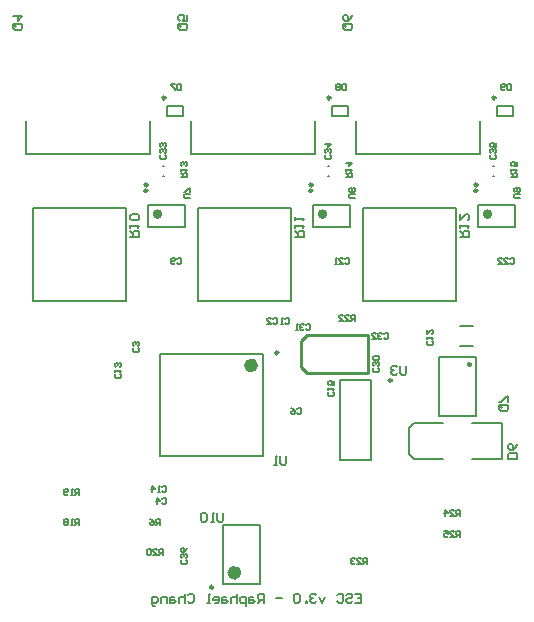
<source format=gbo>
G04 Layer_Color=32896*
%FSAX24Y24*%
%MOIN*%
G70*
G01*
G75*
%ADD36C,0.0100*%
%ADD60C,0.0098*%
%ADD61C,0.0080*%
%ADD63C,0.0079*%
%ADD64C,0.0050*%
%ADD111C,0.0236*%
%ADD112C,0.0157*%
D36*
X061798Y029533D02*
X061994Y029730D01*
X061798Y028667D02*
X061995Y028470D01*
X061798Y028667D02*
Y029533D01*
X061995Y028470D02*
X064002Y028471D01*
X061994Y029730D02*
X064002D01*
Y028471D02*
Y029730D01*
D60*
X058854Y021323D02*
G03*
X058854Y021323I-000049J000000D01*
G01*
X068269Y037639D02*
G03*
X068269Y037639I-000049J000000D01*
G01*
X067672Y034739D02*
G03*
X067672Y034739I-000049J000000D01*
G01*
X062172D02*
G03*
X062172Y034739I-000049J000000D01*
G01*
X056672D02*
G03*
X056672Y034739I-000049J000000D01*
G01*
X064811Y028219D02*
G03*
X064811Y028219I-000049J000000D01*
G01*
X067449Y028750D02*
G03*
X067449Y028750I-000049J000000D01*
G01*
X061024Y029142D02*
G03*
X061024Y029142I-000049J000000D01*
G01*
X067660Y034546D02*
G03*
X067660Y034546I-000049J000000D01*
G01*
X062160D02*
G03*
X062160Y034546I-000049J000000D01*
G01*
X056660D02*
G03*
X056660Y034546I-000049J000000D01*
G01*
X062769Y037639D02*
G03*
X062769Y037639I-000049J000000D01*
G01*
X057269D02*
G03*
X057269Y037639I-000049J000000D01*
G01*
D61*
X063600Y021100D02*
X063800D01*
Y020800D01*
X063600D01*
X063800Y020950D02*
X063700D01*
X063300Y021050D02*
X063350Y021100D01*
X063450D01*
X063500Y021050D01*
Y021000D01*
X063450Y020950D01*
X063350D01*
X063300Y020900D01*
Y020850D01*
X063350Y020800D01*
X063450D01*
X063500Y020850D01*
X063000Y021050D02*
X063050Y021100D01*
X063150D01*
X063200Y021050D01*
Y020850D01*
X063150Y020800D01*
X063050D01*
X063000Y020850D01*
X062600Y021000D02*
X062500Y020800D01*
X062400Y021000D01*
X062300Y021050D02*
X062250Y021100D01*
X062151D01*
X062101Y021050D01*
Y021000D01*
X062151Y020950D01*
X062201D01*
X062151D01*
X062101Y020900D01*
Y020850D01*
X062151Y020800D01*
X062250D01*
X062300Y020850D01*
X062001Y020800D02*
Y020850D01*
X061951D01*
Y020800D01*
X062001D01*
X061751Y021050D02*
X061701Y021100D01*
X061601D01*
X061551Y021050D01*
Y020850D01*
X061601Y020800D01*
X061701D01*
X061751Y020850D01*
Y021050D01*
X061151Y020950D02*
X060951D01*
X060551Y020800D02*
Y021100D01*
X060401D01*
X060351Y021050D01*
Y020950D01*
X060401Y020900D01*
X060551D01*
X060451D02*
X060351Y020800D01*
X060201Y021000D02*
X060101D01*
X060051Y020950D01*
Y020800D01*
X060201D01*
X060251Y020850D01*
X060201Y020900D01*
X060051D01*
X059951Y020700D02*
Y021000D01*
X059801D01*
X059751Y020950D01*
Y020850D01*
X059801Y020800D01*
X059951D01*
X059651Y021100D02*
Y020800D01*
Y020950D01*
X059601Y021000D01*
X059501D01*
X059451Y020950D01*
Y020800D01*
X059301Y021000D02*
X059201D01*
X059152Y020950D01*
Y020800D01*
X059301D01*
X059351Y020850D01*
X059301Y020900D01*
X059152D01*
X058902Y020800D02*
X059002D01*
X059052Y020850D01*
Y020950D01*
X059002Y021000D01*
X058902D01*
X058852Y020950D01*
Y020900D01*
X059052D01*
X058752Y020800D02*
X058652D01*
X058702D01*
Y021100D01*
X058752D01*
X058002Y021050D02*
X058052Y021100D01*
X058152D01*
X058202Y021050D01*
Y020850D01*
X058152Y020800D01*
X058052D01*
X058002Y020850D01*
X057902Y021100D02*
Y020800D01*
Y020950D01*
X057852Y021000D01*
X057752D01*
X057702Y020950D01*
Y020800D01*
X057552Y021000D02*
X057452D01*
X057402Y020950D01*
Y020800D01*
X057552D01*
X057602Y020850D01*
X057552Y020900D01*
X057402D01*
X057302Y020800D02*
Y021000D01*
X057152D01*
X057102Y020950D01*
Y020800D01*
X056902Y020700D02*
X056852D01*
X056802Y020750D01*
Y021000D01*
X056952D01*
X057002Y020950D01*
Y020850D01*
X056952Y020800D01*
X056802D01*
D63*
X059170Y023384D02*
X060430D01*
X059170Y021416D02*
X060430D01*
Y023384D01*
X059170Y021416D02*
Y023384D01*
X067083Y030035D02*
X067517D01*
X067083Y029365D02*
X067517D01*
X068496Y025590D02*
Y026810D01*
X065386Y025767D02*
X065563Y025590D01*
X065386Y026633D02*
X065563Y026810D01*
X065386Y025767D02*
Y026633D01*
X067472Y025590D02*
X068496D01*
X067472Y026810D02*
X068496D01*
X065563D02*
X066528D01*
X065563Y025590D02*
X066528D01*
X068334Y037043D02*
Y037357D01*
X068866Y037043D02*
Y037357D01*
X068334D02*
X068866D01*
X068334Y037043D02*
X068866D01*
X068180Y035043D02*
X068220D01*
X068180Y035357D02*
X068220D01*
X062680Y035043D02*
X062720D01*
X062680Y035357D02*
X062720D01*
X057180Y035043D02*
X057220D01*
X057180Y035357D02*
X057220D01*
X063850Y030852D02*
X065400D01*
X063850Y030850D02*
Y033950D01*
X066950D01*
Y030850D02*
Y033950D01*
X065400Y030852D02*
X066950D01*
X058350D02*
X059900D01*
X058350Y030850D02*
Y033950D01*
X061450D01*
Y030850D02*
Y033950D01*
X059900Y030852D02*
X061450D01*
X063633Y035763D02*
Y036865D01*
Y035763D02*
X067767D01*
Y036865D01*
X062267Y035763D02*
Y036865D01*
X058133Y035763D02*
X062267D01*
X058133D02*
Y036865D01*
X052633Y035763D02*
Y036865D01*
Y035763D02*
X056767D01*
Y036865D01*
X064112Y025581D02*
Y028219D01*
X063088Y025581D02*
Y028219D01*
X064112D01*
X063088Y025581D02*
X064112D01*
X052850Y030852D02*
X054400D01*
X052850Y030850D02*
Y033950D01*
X055950D01*
Y030850D02*
Y033950D01*
X054400Y030852D02*
X055950D01*
X067630Y027016D02*
Y028984D01*
X066370Y027016D02*
Y028984D01*
X067630D01*
X066370Y027016D02*
X067630D01*
X057087Y025687D02*
X060513D01*
X057087Y029113D02*
X060513D01*
X057087Y025687D02*
Y029113D01*
X060513Y025687D02*
Y029113D01*
X067690Y034074D02*
X068910D01*
X067690Y033326D02*
X068910D01*
X067690D02*
Y034074D01*
X068910Y033326D02*
Y034074D01*
X062190D02*
X063410D01*
X062190Y033326D02*
X063410D01*
X062190D02*
Y034074D01*
X063410Y033326D02*
Y034074D01*
X056690D02*
X057910D01*
X056690Y033326D02*
X057910D01*
X056690D02*
Y034074D01*
X057910Y033326D02*
Y034074D01*
X062834Y037043D02*
Y037357D01*
X063366Y037043D02*
Y037357D01*
X062834D02*
X063366D01*
X062834Y037043D02*
X063366D01*
X057334D02*
Y037357D01*
X057866Y037043D02*
Y037357D01*
X057334D02*
X057866D01*
X057334Y037043D02*
X057866D01*
D64*
X067100Y023000D02*
Y023200D01*
X067000D01*
X066967Y023167D01*
Y023100D01*
X067000Y023067D01*
X067100D01*
X067033D02*
X066967Y023000D01*
X066767D02*
X066900D01*
X066767Y023133D01*
Y023167D01*
X066800Y023200D01*
X066867D01*
X066900Y023167D01*
X066567Y023200D02*
X066700D01*
Y023100D01*
X066633Y023133D01*
X066600D01*
X066567Y023100D01*
Y023033D01*
X066600Y023000D01*
X066667D01*
X066700Y023033D01*
X067100Y023700D02*
Y023900D01*
X067000D01*
X066967Y023867D01*
Y023800D01*
X067000Y023767D01*
X067100D01*
X067033D02*
X066967Y023700D01*
X066767D02*
X066900D01*
X066767Y023833D01*
Y023867D01*
X066800Y023900D01*
X066867D01*
X066900Y023867D01*
X066600Y023700D02*
Y023900D01*
X066700Y023800D01*
X066567D01*
X064000Y022100D02*
Y022300D01*
X063900D01*
X063867Y022267D01*
Y022200D01*
X063900Y022167D01*
X064000D01*
X063933D02*
X063867Y022100D01*
X063667D02*
X063800D01*
X063667Y022233D01*
Y022267D01*
X063700Y022300D01*
X063767D01*
X063800Y022267D01*
X063600D02*
X063567Y022300D01*
X063500D01*
X063467Y022267D01*
Y022233D01*
X063500Y022200D01*
X063533D01*
X063500D01*
X063467Y022167D01*
Y022133D01*
X063500Y022100D01*
X063567D01*
X063600Y022133D01*
X068267Y035733D02*
X068300Y035700D01*
Y035633D01*
X068267Y035600D01*
X068133D01*
X068100Y035633D01*
Y035700D01*
X068133Y035733D01*
X068267Y035800D02*
X068300Y035833D01*
Y035900D01*
X068267Y035933D01*
X068233D01*
X068200Y035900D01*
Y035867D01*
Y035900D01*
X068167Y035933D01*
X068133D01*
X068100Y035900D01*
Y035833D01*
X068133Y035800D01*
X068300Y036133D02*
Y036000D01*
X068200D01*
X068233Y036067D01*
Y036100D01*
X068200Y036133D01*
X068133D01*
X068100Y036100D01*
Y036033D01*
X068133Y036000D01*
X062767Y035733D02*
X062800Y035700D01*
Y035633D01*
X062767Y035600D01*
X062633D01*
X062600Y035633D01*
Y035700D01*
X062633Y035733D01*
X062767Y035800D02*
X062800Y035833D01*
Y035900D01*
X062767Y035933D01*
X062733D01*
X062700Y035900D01*
Y035867D01*
Y035900D01*
X062667Y035933D01*
X062633D01*
X062600Y035900D01*
Y035833D01*
X062633Y035800D01*
X062600Y036100D02*
X062800D01*
X062700Y036000D01*
Y036133D01*
X057267Y035733D02*
X057300Y035700D01*
Y035633D01*
X057267Y035600D01*
X057133D01*
X057100Y035633D01*
Y035700D01*
X057133Y035733D01*
X057267Y035800D02*
X057300Y035833D01*
Y035900D01*
X057267Y035933D01*
X057233D01*
X057200Y035900D01*
Y035867D01*
Y035900D01*
X057167Y035933D01*
X057133D01*
X057100Y035900D01*
Y035833D01*
X057133Y035800D01*
X057267Y036000D02*
X057300Y036033D01*
Y036100D01*
X057267Y036133D01*
X057233D01*
X057200Y036100D01*
Y036067D01*
Y036100D01*
X057167Y036133D01*
X057133D01*
X057100Y036100D01*
Y036033D01*
X057133Y036000D01*
X063600Y030200D02*
Y030400D01*
X063500D01*
X063467Y030367D01*
Y030300D01*
X063500Y030267D01*
X063600D01*
X063533D02*
X063467Y030200D01*
X063267D02*
X063400D01*
X063267Y030333D01*
Y030367D01*
X063300Y030400D01*
X063367D01*
X063400Y030367D01*
X063067Y030200D02*
X063200D01*
X063067Y030333D01*
Y030367D01*
X063100Y030400D01*
X063167D01*
X063200Y030367D01*
X064567Y029767D02*
X064600Y029800D01*
X064667D01*
X064700Y029767D01*
Y029633D01*
X064667Y029600D01*
X064600D01*
X064567Y029633D01*
X064500Y029767D02*
X064467Y029800D01*
X064400D01*
X064367Y029767D01*
Y029733D01*
X064400Y029700D01*
X064433D01*
X064400D01*
X064367Y029667D01*
Y029633D01*
X064400Y029600D01*
X064467D01*
X064500Y029633D01*
X064167Y029600D02*
X064300D01*
X064167Y029733D01*
Y029767D01*
X064200Y029800D01*
X064267D01*
X064300Y029767D01*
X061967Y030067D02*
X062000Y030100D01*
X062067D01*
X062100Y030067D01*
Y029933D01*
X062067Y029900D01*
X062000D01*
X061967Y029933D01*
X061900Y030067D02*
X061867Y030100D01*
X061800D01*
X061767Y030067D01*
Y030033D01*
X061800Y030000D01*
X061833D01*
X061800D01*
X061767Y029967D01*
Y029933D01*
X061800Y029900D01*
X061867D01*
X061900Y029933D01*
X061700Y029900D02*
X061633D01*
X061667D01*
Y030100D01*
X061700Y030067D01*
X059200Y023800D02*
Y023550D01*
X059150Y023500D01*
X059050D01*
X059000Y023550D01*
Y023800D01*
X058900Y023500D02*
X058800D01*
X058850D01*
Y023800D01*
X058900Y023750D01*
X058650D02*
X058600Y023800D01*
X058500D01*
X058450Y023750D01*
Y023550D01*
X058500Y023500D01*
X058600D01*
X058650Y023550D01*
Y023750D01*
X069100Y034300D02*
X068933D01*
X068900Y034333D01*
Y034400D01*
X068933Y034433D01*
X069100D01*
X068933Y034500D02*
X068900Y034533D01*
Y034600D01*
X068933Y034633D01*
X069067D01*
X069100Y034600D01*
Y034533D01*
X069067Y034500D01*
X069033D01*
X069000Y034533D01*
Y034633D01*
X057200Y022400D02*
Y022600D01*
X057100D01*
X057067Y022567D01*
Y022500D01*
X057100Y022467D01*
X057200D01*
X057133D02*
X057067Y022400D01*
X056867D02*
X057000D01*
X056867Y022533D01*
Y022567D01*
X056900Y022600D01*
X056967D01*
X057000Y022567D01*
X056800D02*
X056767Y022600D01*
X056700D01*
X056667Y022567D01*
Y022433D01*
X056700Y022400D01*
X056767D01*
X056800Y022433D01*
Y022567D01*
X054400Y024400D02*
Y024600D01*
X054300D01*
X054267Y024567D01*
Y024500D01*
X054300Y024467D01*
X054400D01*
X054333D02*
X054267Y024400D01*
X054200D02*
X054133D01*
X054167D01*
Y024600D01*
X054200Y024567D01*
X054033Y024433D02*
X054000Y024400D01*
X053933D01*
X053900Y024433D01*
Y024567D01*
X053933Y024600D01*
X054000D01*
X054033Y024567D01*
Y024533D01*
X054000Y024500D01*
X053900D01*
X054400Y023400D02*
Y023600D01*
X054300D01*
X054267Y023567D01*
Y023500D01*
X054300Y023467D01*
X054400D01*
X054333D02*
X054267Y023400D01*
X054200D02*
X054133D01*
X054167D01*
Y023600D01*
X054200Y023567D01*
X054033D02*
X054000Y023600D01*
X053933D01*
X053900Y023567D01*
Y023533D01*
X053933Y023500D01*
X053900Y023467D01*
Y023433D01*
X053933Y023400D01*
X054000D01*
X054033Y023433D01*
Y023467D01*
X054000Y023500D01*
X054033Y023533D01*
Y023567D01*
X054000Y023500D02*
X053933D01*
X068767Y032267D02*
X068800Y032300D01*
X068867D01*
X068900Y032267D01*
Y032133D01*
X068867Y032100D01*
X068800D01*
X068767Y032133D01*
X068567Y032100D02*
X068700D01*
X068567Y032233D01*
Y032267D01*
X068600Y032300D01*
X068667D01*
X068700Y032267D01*
X068367Y032100D02*
X068500D01*
X068367Y032233D01*
Y032267D01*
X068400Y032300D01*
X068467D01*
X068500Y032267D01*
X063267D02*
X063300Y032300D01*
X063367D01*
X063400Y032267D01*
Y032133D01*
X063367Y032100D01*
X063300D01*
X063267Y032133D01*
X063067Y032100D02*
X063200D01*
X063067Y032233D01*
Y032267D01*
X063100Y032300D01*
X063167D01*
X063200Y032267D01*
X063000Y032100D02*
X062933D01*
X062967D01*
Y032300D01*
X063000Y032267D01*
X057167Y024667D02*
X057200Y024700D01*
X057267D01*
X057300Y024667D01*
Y024533D01*
X057267Y024500D01*
X057200D01*
X057167Y024533D01*
X057100Y024500D02*
X057033D01*
X057067D01*
Y024700D01*
X057100Y024667D01*
X056833Y024500D02*
Y024700D01*
X056933Y024600D01*
X056800D01*
X055767Y028433D02*
X055800Y028400D01*
Y028333D01*
X055767Y028300D01*
X055633D01*
X055600Y028333D01*
Y028400D01*
X055633Y028433D01*
X055600Y028500D02*
Y028567D01*
Y028533D01*
X055800D01*
X055767Y028500D01*
Y028667D02*
X055800Y028700D01*
Y028767D01*
X055767Y028800D01*
X055733D01*
X055700Y028767D01*
Y028733D01*
Y028767D01*
X055667Y028800D01*
X055633D01*
X055600Y028767D01*
Y028700D01*
X055633Y028667D01*
X068800Y038100D02*
Y037900D01*
X068700D01*
X068667Y037933D01*
Y038067D01*
X068700Y038100D01*
X068800D01*
X068600Y037933D02*
X068567Y037900D01*
X068500D01*
X068467Y037933D01*
Y038067D01*
X068500Y038100D01*
X068567D01*
X068600Y038067D01*
Y038033D01*
X068567Y038000D01*
X068467D01*
X068800Y035000D02*
X069000D01*
Y035100D01*
X068967Y035133D01*
X068900D01*
X068867Y035100D01*
Y035000D01*
Y035067D02*
X068800Y035133D01*
Y035200D02*
Y035267D01*
Y035233D01*
X069000D01*
X068967Y035200D01*
X069000Y035500D02*
Y035367D01*
X068900D01*
X068933Y035433D01*
Y035467D01*
X068900Y035500D01*
X068833D01*
X068800Y035467D01*
Y035400D01*
X068833Y035367D01*
X063300Y035000D02*
X063500D01*
Y035100D01*
X063467Y035133D01*
X063400D01*
X063367Y035100D01*
Y035000D01*
Y035067D02*
X063300Y035133D01*
Y035200D02*
Y035267D01*
Y035233D01*
X063500D01*
X063467Y035200D01*
X063300Y035467D02*
X063500D01*
X063400Y035367D01*
Y035500D01*
X057800Y035000D02*
X058000D01*
Y035100D01*
X057967Y035133D01*
X057900D01*
X057867Y035100D01*
Y035000D01*
Y035067D02*
X057800Y035133D01*
Y035200D02*
Y035267D01*
Y035233D01*
X058000D01*
X057967Y035200D01*
Y035367D02*
X058000Y035400D01*
Y035467D01*
X057967Y035500D01*
X057933D01*
X057900Y035467D01*
Y035433D01*
Y035467D01*
X057867Y035500D01*
X057833D01*
X057800Y035467D01*
Y035400D01*
X057833Y035367D01*
X067100Y033000D02*
X067400D01*
Y033150D01*
X067350Y033200D01*
X067250D01*
X067200Y033150D01*
Y033000D01*
Y033100D02*
X067100Y033200D01*
Y033300D02*
Y033400D01*
Y033350D01*
X067400D01*
X067350Y033300D01*
X067100Y033750D02*
Y033550D01*
X067300Y033750D01*
X067350D01*
X067400Y033700D01*
Y033600D01*
X067350Y033550D01*
X061600Y033000D02*
X061900D01*
Y033150D01*
X061850Y033200D01*
X061750D01*
X061700Y033150D01*
Y033000D01*
Y033100D02*
X061600Y033200D01*
Y033300D02*
Y033400D01*
Y033350D01*
X061900D01*
X061850Y033300D01*
X061600Y033550D02*
Y033650D01*
Y033600D01*
X061900D01*
X061850Y033550D01*
X063250Y040100D02*
X063450D01*
X063500Y040050D01*
Y039950D01*
X063450Y039900D01*
X063250D01*
X063200Y039950D01*
Y040050D01*
X063300Y040000D02*
X063200Y040100D01*
Y040050D02*
X063250Y040100D01*
X063500Y040400D02*
X063450Y040300D01*
X063350Y040200D01*
X063250D01*
X063200Y040250D01*
Y040350D01*
X063250Y040400D01*
X063300D01*
X063350Y040350D01*
Y040200D01*
X057750Y040100D02*
X057950D01*
X058000Y040050D01*
Y039950D01*
X057950Y039900D01*
X057750D01*
X057700Y039950D01*
Y040050D01*
X057800Y040000D02*
X057700Y040100D01*
Y040050D02*
X057750Y040100D01*
X058000Y040400D02*
Y040200D01*
X057850D01*
X057900Y040300D01*
Y040350D01*
X057850Y040400D01*
X057750D01*
X057700Y040350D01*
Y040250D01*
X057750Y040200D01*
X052250Y040100D02*
X052450D01*
X052500Y040050D01*
Y039950D01*
X052450Y039900D01*
X052250D01*
X052200Y039950D01*
Y040050D01*
X052300Y040000D02*
X052200Y040100D01*
Y040050D02*
X052250Y040100D01*
X052200Y040350D02*
X052500D01*
X052350Y040200D01*
Y040400D01*
X057667Y032267D02*
X057700Y032300D01*
X057767D01*
X057800Y032267D01*
Y032133D01*
X057767Y032100D01*
X057700D01*
X057667Y032133D01*
X057600D02*
X057567Y032100D01*
X057500D01*
X057467Y032133D01*
Y032267D01*
X057500Y032300D01*
X057567D01*
X057600Y032267D01*
Y032233D01*
X057567Y032200D01*
X057467D01*
X064367Y028633D02*
X064400Y028600D01*
Y028533D01*
X064367Y028500D01*
X064233D01*
X064200Y028533D01*
Y028600D01*
X064233Y028633D01*
X064367Y028700D02*
X064400Y028733D01*
Y028800D01*
X064367Y028833D01*
X064333D01*
X064300Y028800D01*
Y028767D01*
Y028800D01*
X064267Y028833D01*
X064233D01*
X064200Y028800D01*
Y028733D01*
X064233Y028700D01*
X064367Y028900D02*
X064400Y028933D01*
Y029000D01*
X064367Y029033D01*
X064233D01*
X064200Y029000D01*
Y028933D01*
X064233Y028900D01*
X064367D01*
X061267Y030267D02*
X061300Y030300D01*
X061367D01*
X061400Y030267D01*
Y030133D01*
X061367Y030100D01*
X061300D01*
X061267Y030133D01*
X061200Y030100D02*
X061133D01*
X061167D01*
Y030300D01*
X061200Y030267D01*
X060867D02*
X060900Y030300D01*
X060967D01*
X061000Y030267D01*
Y030133D01*
X060967Y030100D01*
X060900D01*
X060867Y030133D01*
X060667Y030100D02*
X060800D01*
X060667Y030233D01*
Y030267D01*
X060700Y030300D01*
X060767D01*
X060800Y030267D01*
X056367Y029291D02*
X056400Y029257D01*
Y029191D01*
X056367Y029157D01*
X056233D01*
X056200Y029191D01*
Y029257D01*
X056233Y029291D01*
X056367Y029357D02*
X056400Y029391D01*
Y029457D01*
X056367Y029491D01*
X056333D01*
X056300Y029457D01*
Y029424D01*
Y029457D01*
X056267Y029491D01*
X056233D01*
X056200Y029457D01*
Y029391D01*
X056233Y029357D01*
X057167Y024267D02*
X057200Y024300D01*
X057267D01*
X057300Y024267D01*
Y024133D01*
X057267Y024100D01*
X057200D01*
X057167Y024133D01*
X057000Y024100D02*
Y024300D01*
X057100Y024200D01*
X056967D01*
X061667Y027267D02*
X061700Y027300D01*
X061767D01*
X061800Y027267D01*
Y027133D01*
X061767Y027100D01*
X061700D01*
X061667Y027133D01*
X061467Y027300D02*
X061533Y027267D01*
X061600Y027200D01*
Y027133D01*
X061567Y027100D01*
X061500D01*
X061467Y027133D01*
Y027167D01*
X061500Y027200D01*
X061600D01*
X066167Y029533D02*
X066200Y029500D01*
Y029433D01*
X066167Y029400D01*
X066033D01*
X066000Y029433D01*
Y029500D01*
X066033Y029533D01*
X066000Y029600D02*
Y029667D01*
Y029633D01*
X066200D01*
X066167Y029600D01*
X066000Y029900D02*
Y029767D01*
X066133Y029900D01*
X066167D01*
X066200Y029867D01*
Y029800D01*
X066167Y029767D01*
X062867Y027833D02*
X062900Y027800D01*
Y027733D01*
X062867Y027700D01*
X062733D01*
X062700Y027733D01*
Y027800D01*
X062733Y027833D01*
X062700Y027900D02*
Y027967D01*
Y027933D01*
X062900D01*
X062867Y027900D01*
X062900Y028200D02*
Y028067D01*
X062800D01*
X062833Y028133D01*
Y028167D01*
X062800Y028200D01*
X062733D01*
X062700Y028167D01*
Y028100D01*
X062733Y028067D01*
X069000Y025600D02*
X068700D01*
Y025750D01*
X068750Y025800D01*
X068950D01*
X069000Y025750D01*
Y025600D01*
Y026100D02*
X068950Y026000D01*
X068850Y025900D01*
X068750D01*
X068700Y025950D01*
Y026050D01*
X068750Y026100D01*
X068800D01*
X068850Y026050D01*
Y025900D01*
X057800Y038100D02*
Y037900D01*
X057700D01*
X057667Y037933D01*
Y038067D01*
X057700Y038100D01*
X057800D01*
X057600D02*
X057467D01*
Y038067D01*
X057600Y037933D01*
Y037900D01*
X063300Y038100D02*
Y037900D01*
X063200D01*
X063167Y037933D01*
Y038067D01*
X063200Y038100D01*
X063300D01*
X063100Y038067D02*
X063067Y038100D01*
X063000D01*
X062967Y038067D01*
Y038033D01*
X063000Y038000D01*
X062967Y037967D01*
Y037933D01*
X063000Y037900D01*
X063067D01*
X063100Y037933D01*
Y037967D01*
X063067Y038000D01*
X063100Y038033D01*
Y038067D01*
X063067Y038000D02*
X063000D01*
X068450Y027400D02*
X068650D01*
X068700Y027350D01*
Y027250D01*
X068650Y027200D01*
X068450D01*
X068400Y027250D01*
Y027350D01*
X068500Y027300D02*
X068400Y027400D01*
Y027350D02*
X068450Y027400D01*
X068700Y027500D02*
Y027700D01*
X068650D01*
X068450Y027500D01*
X068400D01*
X057100Y023400D02*
Y023600D01*
X057000D01*
X056967Y023567D01*
Y023500D01*
X057000Y023467D01*
X057100D01*
X057033D02*
X056967Y023400D01*
X056767Y023600D02*
X056833Y023567D01*
X056900Y023500D01*
Y023433D01*
X056867Y023400D01*
X056800D01*
X056767Y023433D01*
Y023467D01*
X056800Y023500D01*
X056900D01*
X056100Y033000D02*
X056400D01*
Y033150D01*
X056350Y033200D01*
X056250D01*
X056200Y033150D01*
Y033000D01*
Y033100D02*
X056100Y033200D01*
Y033300D02*
Y033400D01*
Y033350D01*
X056400D01*
X056350Y033300D01*
Y033550D02*
X056400Y033600D01*
Y033700D01*
X056350Y033750D01*
X056150D01*
X056100Y033700D01*
Y033600D01*
X056150Y033550D01*
X056350D01*
X061300Y025700D02*
Y025450D01*
X061250Y025400D01*
X061150D01*
X061100Y025450D01*
Y025700D01*
X061000Y025400D02*
X060900D01*
X060950D01*
Y025700D01*
X061000Y025650D01*
X065300Y028700D02*
Y028450D01*
X065250Y028400D01*
X065150D01*
X065100Y028450D01*
Y028700D01*
X065000Y028650D02*
X064950Y028700D01*
X064850D01*
X064800Y028650D01*
Y028600D01*
X064850Y028550D01*
X064900D01*
X064850D01*
X064800Y028500D01*
Y028450D01*
X064850Y028400D01*
X064950D01*
X065000Y028450D01*
X058100Y034300D02*
X057933D01*
X057900Y034333D01*
Y034400D01*
X057933Y034433D01*
X058100D01*
Y034500D02*
Y034633D01*
X058067D01*
X057933Y034500D01*
X057900D01*
X063600Y034300D02*
X063433D01*
X063400Y034333D01*
Y034400D01*
X063433Y034433D01*
X063600D01*
X063567Y034500D02*
X063600Y034533D01*
Y034600D01*
X063567Y034633D01*
X063533D01*
X063500Y034600D01*
X063467Y034633D01*
X063433D01*
X063400Y034600D01*
Y034533D01*
X063433Y034500D01*
X063467D01*
X063500Y034533D01*
X063533Y034500D01*
X063567D01*
X063500Y034533D02*
Y034600D01*
X057967Y022233D02*
X058000Y022200D01*
Y022133D01*
X057967Y022100D01*
X057833D01*
X057800Y022133D01*
Y022200D01*
X057833Y022233D01*
X057967Y022300D02*
X058000Y022333D01*
Y022400D01*
X057967Y022433D01*
X057933D01*
X057900Y022400D01*
Y022367D01*
Y022400D01*
X057867Y022433D01*
X057833D01*
X057800Y022400D01*
Y022333D01*
X057833Y022300D01*
X058000Y022633D02*
X057967Y022567D01*
X057900Y022500D01*
X057833D01*
X057800Y022533D01*
Y022600D01*
X057833Y022633D01*
X057867D01*
X057900Y022600D01*
Y022500D01*
D111*
X059682Y021809D02*
G03*
X059682Y021809I-000118J000000D01*
G01*
X060237Y028719D02*
G03*
X060237Y028719I-000118J000000D01*
G01*
D112*
X068083Y033759D02*
G03*
X068083Y033759I-000079J000000D01*
G01*
X062583D02*
G03*
X062583Y033759I-000079J000000D01*
G01*
X057083D02*
G03*
X057083Y033759I-000079J000000D01*
G01*
M02*

</source>
